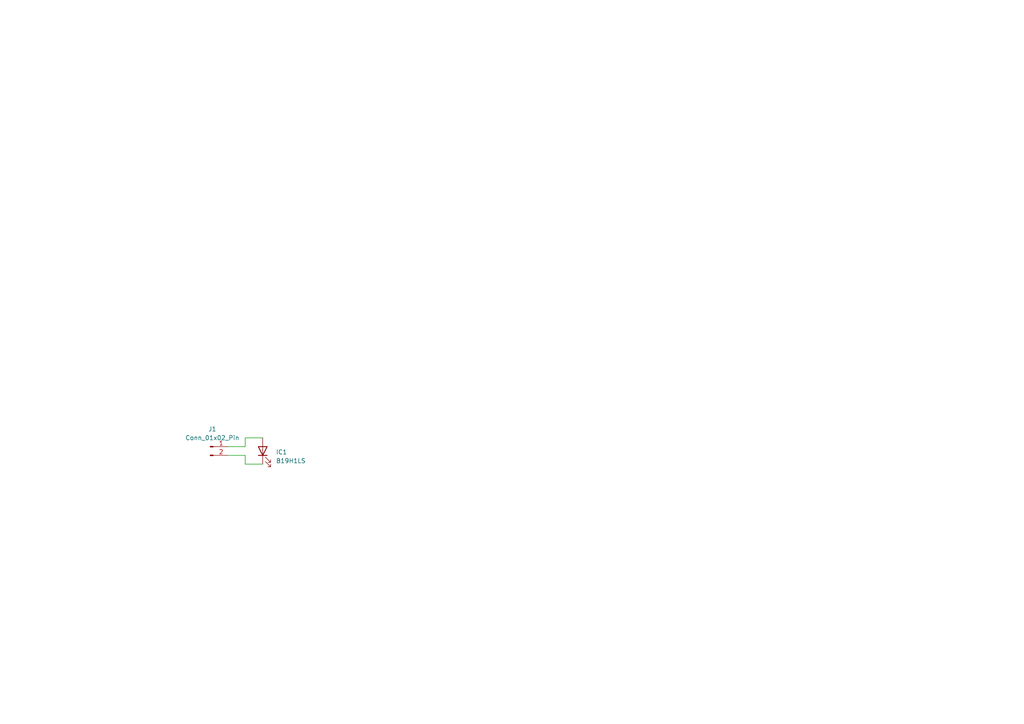
<source format=kicad_sch>
(kicad_sch (version 20250114) (generator "eeschema") (generator_version "9.0")
  (paper "A4")
  (lib_symbols
    (symbol "Connector:Conn_01x02_Pin" (pin_names (offset 1.016) (hide yes))
      (property "Reference" "J" (at 0 2.54 0))
      (property "Value" "Conn_01x02_Pin" (at 0 -5.08 0))
      (symbol "Conn_01x02_Pin_1_1"
        (rectangle (start 0.8636 0.127) (end 0 -0.127) (stroke (width 0.1524)) (fill (type outline)))
        (rectangle (start 0.8636 -2.413) (end 0 -2.667) (stroke (width 0.1524)) (fill (type outline)))
        (polyline (pts (xy 1.27 0) (xy 0.8636 0)) (stroke (width 0.1524)))
        (polyline (pts (xy 1.27 -2.54) (xy 0.8636 -2.54)) (stroke (width 0.1524)))
        (pin passive line (at 5.08 0 180) (length 3.81) (name "Pin_1") (number "1"))
        (pin passive line (at 5.08 -2.54 180) (length 3.81) (name "Pin_2") (number "2"))
      )
    )
    (symbol "Device:LED" (pin_numbers (hide yes)) (pin_names (offset 1.016) (hide yes))
      (property "Reference" "D" (at 0 2.54 0))
      (property "Value" "LED" (at 0 -2.54 0))
      (symbol "LED_0_1"
        (polyline (pts (xy -3.048 -0.762) (xy -4.572 -2.286) (xy -3.81 -2.286) (xy -4.572 -2.286) (xy -4.572 -1.524)))
        (polyline (pts (xy -1.778 -0.762) (xy -3.302 -2.286) (xy -2.54 -2.286) (xy -3.302 -2.286) (xy -3.302 -1.524)))
        (polyline (pts (xy -1.27 0) (xy 1.27 0)))
        (polyline (pts (xy -1.27 -1.27) (xy -1.27 1.27)) (stroke (width 0.254)))
        (polyline (pts (xy 1.27 -1.27) (xy 1.27 1.27) (xy -1.27 0) (xy 1.27 -1.27)) (stroke (width 0.254)))
      )
      (symbol "LED_1_1"
        (pin passive line (at -3.81 0 0) (length 2.54) (name "K") (number "1"))
        (pin passive line (at 3.81 0 180) (length 2.54) (name "A") (number "2"))
      )
    )
  )
  (wire (pts (xy 71.12 132.08) (xy 66.04 132.08)))
  (wire (pts (xy 66.04 129.54) (xy 71.12 129.54)))
  (wire (pts (xy 76.2 134.62) (xy 71.12 134.62)))
  (wire (pts (xy 71.12 134.62) (xy 71.12 132.08)))
  (wire (pts (xy 71.12 129.54) (xy 71.12 127)))
  (wire (pts (xy 71.12 127) (xy 76.2 127)))
  (symbol (lib_id "Device:LED") (at 76.2 130.81 90) (unit 1)
    (property "Reference" "IC1" (at 80.01 131.1274 90) (effects (justify right)))
    (property "Value" "B19H1LS" (at 80.01 133.6674 90) (effects (justify right)))
    (property "Footprint" "LED_SMD:LED_0603_1608Metric" (effects (hide yes)))
    (property "Description" "Light emitting diode" (effects (hide yes)))
    (property "Sim.Pins" "1=K 2=A" (effects (hide yes)))
  )
  (symbol (lib_id "Connector:Conn_01x02_Pin") (at 60.96 129.54 0) (unit 1)
    (property "Reference" "J1" (at 61.595 124.46 0))
    (property "Value" "Conn_01x02_Pin" (at 61.595 127 0))
    (property "Footprint" "Connector_PinHeader_2.54mm:PinHeader_1x02_P2.54mm_Horizontal" (effects (hide yes)))
    (property "Description" "Generic connector, single row, 01x02, script generated" (effects (hide yes)))
  )
)
</source>
